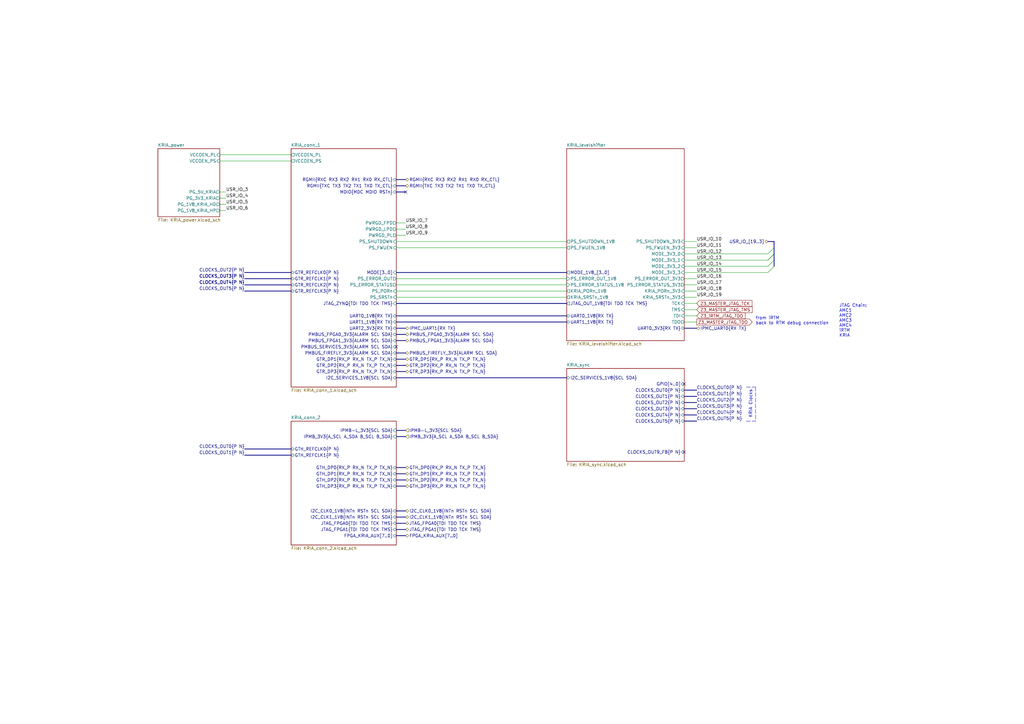
<source format=kicad_sch>
(kicad_sch (version 20211123) (generator eeschema)
  (paper "A3")
  (title_block (title "ATCA Template") (date "2023-01-05") (rev "1.0") (company "Karlsruhe Institute of Technology (KIT)") (comment 1 "Carsten Schmerbeck") (comment 2 "Luis Ardila") (comment 4 "Licensed under CERN-OHL-P v2"))
  (lib_symbols)
  (no_connect (at 280.67 157.48))
  (no_connect (at 166.37 78.74))
  (no_connect (at 162.56 142.24))
  (no_connect (at 280.67 185.42))
  (bus_entry (at 317.5 104.14) (size -2.54 2.54))
  (bus_entry (at 317.5 106.68) (size -2.54 2.54))
  (bus_entry (at 317.5 109.22) (size -2.54 2.54))
  (bus_entry (at 317.5 101.6) (size -2.54 2.54))
  (bus_entry (at 317.5 104.14) (size -2.54 2.54))
  (bus (pts (xy 162.56 144.78) (xy 166.37 144.78)))
  (wire (pts (xy 280.67 127) (xy 285.75 127)))
  (bus (pts (xy 162.56 214.63) (xy 166.37 214.63)))
  (wire (pts (xy 162.56 99.06) (xy 232.41 99.06)))
  (bus (pts (xy 100.33 116.84) (xy 119.38 116.84)))
  (wire (pts (xy 162.56 121.92) (xy 232.41 121.92)))
  (bus (pts (xy 162.56 111.76) (xy 232.41 111.76)))
  (bus (pts (xy 162.56 149.86) (xy 166.37 149.86)))
  (bus (pts (xy 317.5 104.14) (xy 317.5 106.68)))
  (bus (pts (xy 162.56 179.07) (xy 166.37 179.07)))
  (bus (pts (xy 162.56 147.32) (xy 166.37 147.32)))
  (bus (pts (xy 162.56 176.53) (xy 166.37 176.53)))
  (wire (pts (xy 90.17 66.04) (xy 119.38 66.04)))
  (bus (pts (xy 314.96 99.06) (xy 317.5 99.06)))
  (wire (pts (xy 280.67 104.14) (xy 314.96 104.14)))
  (bus (pts (xy 162.56 191.77) (xy 166.37 191.77)))
  (bus (pts (xy 162.56 132.08) (xy 232.41 132.08)))
  (bus (pts (xy 162.56 137.16) (xy 166.37 137.16)))
  (wire (pts (xy 90.17 83.82) (xy 92.71 83.82)))
  (bus (pts (xy 317.5 99.06) (xy 317.5 101.6)))
  (wire (pts (xy 280.67 106.68) (xy 314.96 106.68)))
  (wire (pts (xy 280.67 124.46) (xy 285.75 124.46)))
  (bus (pts (xy 162.56 139.7) (xy 166.37 139.7)))
  (wire (pts (xy 162.56 119.38) (xy 232.41 119.38)))
  (wire (pts (xy 280.67 121.92) (xy 285.75 121.92)))
  (bus (pts (xy 317.5 101.6) (xy 317.5 104.14)))
  (wire (pts (xy 280.67 119.38) (xy 285.75 119.38)))
  (polyline (pts (xy 306.07 158.75) (xy 309.88 158.75)))
  (bus (pts (xy 162.56 152.4) (xy 166.37 152.4)))
  (bus (pts (xy 162.56 124.46) (xy 232.41 124.46)))
  (bus (pts (xy 100.33 119.38) (xy 119.38 119.38)))
  (bus (pts (xy 162.56 73.66) (xy 166.37 73.66)))
  (wire (pts (xy 280.67 132.08) (xy 285.75 132.08)))
  (wire (pts (xy 162.56 114.3) (xy 232.41 114.3)))
  (bus (pts (xy 162.56 199.39) (xy 166.37 199.39)))
  (bus (pts (xy 280.67 160.02) (xy 285.75 160.02)))
  (wire (pts (xy 90.17 63.5) (xy 119.38 63.5)))
  (wire (pts (xy 280.67 111.76) (xy 314.96 111.76)))
  (wire (pts (xy 90.17 78.74) (xy 92.71 78.74)))
  (bus (pts (xy 280.67 172.72) (xy 285.75 172.72)))
  (polyline (pts (xy 309.88 158.75) (xy 309.88 172.72)))
  (bus (pts (xy 162.56 217.17) (xy 166.37 217.17)))
  (wire (pts (xy 162.56 116.84) (xy 232.41 116.84)))
  (bus (pts (xy 162.56 194.31) (xy 166.37 194.31)))
  (bus (pts (xy 162.56 78.74) (xy 166.37 78.74)))
  (bus (pts (xy 100.33 184.15) (xy 119.38 184.15)))
  (bus (pts (xy 280.67 134.62) (xy 285.75 134.62)))
  (wire (pts (xy 280.67 129.54) (xy 285.75 129.54)))
  (wire (pts (xy 280.67 109.22) (xy 314.96 109.22)))
  (bus (pts (xy 162.56 212.09) (xy 166.37 212.09)))
  (bus (pts (xy 162.56 154.94) (xy 232.41 154.94)))
  (bus (pts (xy 162.56 196.85) (xy 166.37 196.85)))
  (wire (pts (xy 280.67 116.84) (xy 285.75 116.84)))
  (bus (pts (xy 280.67 165.1) (xy 285.75 165.1)))
  (wire (pts (xy 162.56 93.98) (xy 166.37 93.98)))
  (bus (pts (xy 162.56 134.62) (xy 166.37 134.62)))
  (wire (pts (xy 162.56 101.6) (xy 232.41 101.6)))
  (bus (pts (xy 100.33 111.76) (xy 119.38 111.76)))
  (wire (pts (xy 280.67 114.3) (xy 285.75 114.3)))
  (bus (pts (xy 280.67 167.64) (xy 285.75 167.64)))
  (bus (pts (xy 317.5 106.68) (xy 317.5 109.22)))
  (bus (pts (xy 280.67 170.18) (xy 285.75 170.18)))
  (wire (pts (xy 162.56 96.52) (xy 166.37 96.52)))
  (bus (pts (xy 162.56 129.54) (xy 232.41 129.54)))
  (bus (pts (xy 100.33 186.69) (xy 119.38 186.69)))
  (bus (pts (xy 280.67 162.56) (xy 285.75 162.56)))
  (wire (pts (xy 162.56 91.44) (xy 166.37 91.44)))
  (bus (pts (xy 162.56 219.71) (xy 166.37 219.71)))
  (bus (pts (xy 162.56 209.55) (xy 166.37 209.55)))
  (wire (pts (xy 90.17 81.28) (xy 92.71 81.28)))
  (polyline (pts (xy 306.07 172.72) (xy 309.88 172.72)))
  (bus (pts (xy 162.56 76.2) (xy 166.37 76.2)))
  (wire (pts (xy 280.67 101.6) (xy 285.75 101.6)))
  (bus (pts (xy 100.33 114.3) (xy 119.38 114.3)))
  (wire (pts (xy 90.17 86.36) (xy 92.71 86.36)))
  (wire (pts (xy 280.67 99.06) (xy 285.75 99.06)))
  (text "from iRTM\nback to RTM debug connection" (at 309.88 133.35 0) (effects (font (size 1.27 1.27)) (justify left bottom)))
  (text "JTAG Chain:\nAMC1\nAMC2\nAMC3\nAMC4\niRTM\nKRIA" (at 344.17 138.43 0) (effects (font (size 1.27 1.27)) (justify left bottom)))
  (text "KRIA Clocks" (at 308.61 171.45 90) (effects (font (size 1.27 1.27)) (justify left bottom)))
  (label "USR_IO_13" (at 285.75 106.68 0))
  (label "CLOCKS_OUT1{P N}" (at 285.75 162.56 0))
  (label "USR_IO_17" (at 285.75 116.84 0))
  (label "CLOCKS_OUT3{P N}" (at 100.33 114.3 180))
  (label "USR_IO_15" (at 285.75 111.76 0))
  (label "USR_IO_10" (at 285.75 99.06 0))
  (label "USR_IO_12" (at 285.75 104.14 0))
  (label "CLOCKS_OUT0{P N}" (at 285.75 160.02 0))
  (label "USR_IO_16" (at 285.75 114.3 0))
  (label "USR_IO_18" (at 285.75 119.38 0))
  (label "USR_IO_9" (at 166.37 96.52 0))
  (label "USR_IO_3" (at 92.71 78.74 0))
  (label "CLOCKS_OUT0{P N}" (at 100.33 184.15 180))
  (label "USR_IO_19" (at 285.75 121.92 0))
  (label "USR_IO_11" (at 285.75 101.6 0))
  (label "USR_IO_14" (at 285.75 109.22 0))
  (label "USR_IO_7" (at 166.37 91.44 0))
  (label "CLOCKS_OUT5{P N}" (at 100.33 119.38 180))
  (label "USR_IO_4" (at 92.71 81.28 0))
  (label "CLOCKS_OUT2{P N}" (at 100.33 111.76 180))
  (label "CLOCKS_OUT1{P N}" (at 100.33 186.69 180))
  (label "USR_IO_8" (at 166.37 93.98 0))
  (label "CLOCKS_OUT4{P N}" (at 100.33 116.84 180))
  (label "CLOCKS_OUT4{P N}" (at 100.33 116.84 180))
  (label "CLOCKS_OUT2{P N}" (at 285.75 165.1 0))
  (label "CLOCKS_OUT3{P N}" (at 285.75 167.64 0))
  (label "CLOCKS_OUT4{P N}" (at 285.75 170.18 0))
  (label "USR_IO_5" (at 92.71 83.82 0))
  (label "CLOCKS_OUT5{P N}" (at 285.75 172.72 0))
  (label "CLOCKS_OUT3{P N}" (at 100.33 114.3 180))
  (label "USR_IO_6" (at 92.71 86.36 0))
  (global_label "Z3_MASTER_JTAG_TDO" (shape output) (at 285.75 132.08 0) (property "Intersheet References" "${INTERSHEET_REFS}" (effects hide)))
  (global_label "Z3_MASTER_JTAG_TMS" (shape input) (at 285.75 127 0) (property "Intersheet References" "${INTERSHEET_REFS}" (effects hide)))
  (global_label "Z3_iRTM_JTAG_TDO" (shape input) (at 285.75 129.54 0) (property "Intersheet References" "${INTERSHEET_REFS}" (effects hide)))
  (global_label "Z3_MASTER_JTAG_TCK" (shape input) (at 285.75 124.46 0) (property "Intersheet References" "${INTERSHEET_REFS}" (effects hide)))
  (hierarchical_label "IPMC_UART1{RX TX}" (shape bidirectional) (at 166.37 134.62 0))
  (hierarchical_label "USR_IO_[19..3]" (shape bidirectional) (at 314.96 99.06 180))
  (hierarchical_label "GTH_DP0{RX_P RX_N TX_P TX_N}" (shape bidirectional) (at 166.37 191.77 0))
  (hierarchical_label "GTR_DP3{RX_P RX_N TX_P TX_N}" (shape bidirectional) (at 166.37 152.4 0))
  (hierarchical_label "JTAG_FPGA1{TDI TDO TCK TMS}" (shape bidirectional) (at 166.37 217.17 0))
  (hierarchical_label "I2C_CLK0_1V8{INTn RSTn SCL SDA}" (shape bidirectional) (at 166.37 209.55 0))
  (hierarchical_label "PMBUS_FPGA0_3V3{ALARM SCL SDA}" (shape bidirectional) (at 166.37 137.16 0))
  (hierarchical_label "JTAG_FPGA0{TDI TDO TCK TMS}" (shape bidirectional) (at 166.37 214.63 0))
  (hierarchical_label "GTH_DP1{RX_P RX_N TX_P TX_N}" (shape bidirectional) (at 166.37 194.31 0))
  (hierarchical_label "GTH_DP2{RX_P RX_N TX_P TX_N}" (shape bidirectional) (at 166.37 196.85 0))
  (hierarchical_label "GTR_DP2{RX_P RX_N TX_P TX_N}" (shape bidirectional) (at 166.37 149.86 0))
  (hierarchical_label "GTR_DP1{RX_P RX_N TX_P TX_N}" (shape bidirectional) (at 166.37 147.32 0))
  (hierarchical_label "IPMB-L_3V3{SCL SDA}" (shape input) (at 166.37 176.53 0))
  (hierarchical_label "IPMB_3V3{A_SCL A_SDA B_SCL B_SDA}" (shape input) (at 166.37 179.07 0))
  (hierarchical_label "PMBUS_FPGA1_3V3{ALARM SCL SDA}" (shape bidirectional) (at 166.37 139.7 0))
  (hierarchical_label "IPMC_UART0{RX TX}" (shape bidirectional) (at 285.75 134.62 0))
  (hierarchical_label "GTH_DP3{RX_P RX_N TX_P TX_N}" (shape bidirectional) (at 166.37 199.39 0))
  (hierarchical_label "RGMII{TXC TX3 TX2 TX1 TX0 TX_CTL}" (shape bidirectional) (at 166.37 76.2 0))
  (hierarchical_label "RGMII{RXC RX3 RX2 RX1 RX0 RX_CTL}" (shape bidirectional) (at 166.37 73.66 0))
  (hierarchical_label "I2C_CLK1_1V8{INTn RSTn SCL SDA}" (shape bidirectional) (at 166.37 212.09 0))
  (hierarchical_label "FPGA_KRIA_AUX[7..0]" (shape bidirectional) (at 166.37 219.71 0))
  (hierarchical_label "PMBUS_FIREFLY_3V3{ALARM SCL SDA}" (shape bidirectional) (at 166.37 144.78 0))
  (sheet (at 119.38 60.96) (size 43.18 97.79) (stroke (width 0.1524))
    (property "Sheet name" "KRIA_conn_1" (at 119.38 60.2484 0) (effects (justify left bottom)))
    (property "Sheet file" "KRIA_conn_1.kicad_sch" (at 119.38 159.3346 0) (effects (justify left top)))
    (pin "MODE[3..0]" input (at 162.56 111.76 0))
    (pin "JTAG_ZYNQ{TDI TDO TCK TMS}" input (at 162.56 124.46 0))
    (pin "PS_SRSTn" input (at 162.56 121.92 0))
    (pin "PS_PORn" input (at 162.56 119.38 0))
    (pin "PS_ERROR_OUT" output (at 162.56 114.3 0))
    (pin "PS_ERROR_STATUS" output (at 162.56 116.84 0))
    (pin "MDIO{MDC MDIO RSTn}" bidirectional (at 162.56 78.74 0))
    (pin "UART0_1V8{RX TX}" bidirectional (at 162.56 129.54 0))
    (pin "PWRGD_FPD" output (at 162.56 91.44 0))
    (pin "PWRGD_LPD" output (at 162.56 93.98 0))
    (pin "PWRGD_PL" output (at 162.56 96.52 0))
    (pin "UART1_1V8{RX TX}" bidirectional (at 162.56 132.08 0))
    (pin "RGMII{TXC TX3 TX2 TX1 TX0 TX_CTL}" bidirectional (at 162.56 76.2 0))
    (pin "RGMII{RXC RX3 RX2 RX1 RX0 RX_CTL}" bidirectional (at 162.56 73.66 0))
    (pin "GTR_REFCLK0{P N}" bidirectional (at 119.38 111.76 180))
    (pin "GTR_REFCLK2{P N}" bidirectional (at 119.38 116.84 180))
    (pin "GTR_REFCLK3{P N}" bidirectional (at 119.38 119.38 180))
    (pin "GTR_REFCLK1{P N}" bidirectional (at 119.38 114.3 180))
    (pin "GTR_DP2{RX_P RX_N TX_P TX_N}" bidirectional (at 162.56 149.86 0))
    (pin "PMBUS_FPGA1_3V3{ALARM SCL SDA}" bidirectional (at 162.56 139.7 0))
    (pin "GTR_DP3{RX_P RX_N TX_P TX_N}" bidirectional (at 162.56 152.4 0))
    (pin "PMBUS_FIREFLY_3V3{ALARM SCL SDA}" bidirectional (at 162.56 144.78 0))
    (pin "PS_SHUTDOWN" input (at 162.56 99.06 0))
    (pin "UART2_3V3{RX TX}" bidirectional (at 162.56 134.62 0))
    (pin "PMBUS_FPGA0_3V3{ALARM SCL SDA}" bidirectional (at 162.56 137.16 0))
    (pin "GTR_DP1{RX_P RX_N TX_P TX_N}" bidirectional (at 162.56 147.32 0))
    (pin "VCCOEN_PL" output (at 119.38 63.5 180))
    (pin "PMBUS_SERVICES_3V3{ALARM SCL SDA}" bidirectional (at 162.56 142.24 0))
    (pin "VCCOEN_PS" output (at 119.38 66.04 180))
    (pin "PS_FWUEN" input (at 162.56 101.6 0))
    (pin "I2C_SERVICES_1V8{SCL SDA}" bidirectional (at 162.56 154.94 0))
  )
  (sheet (at 64.77 60.96) (size 25.4 27.94) (stroke (width 0.1524))
    (property "Sheet name" "KRIA_power" (at 64.77 60.2484 0) (effects (justify left bottom)))
    (property "Sheet file" "KRIA_power.kicad_sch" (at 64.77 89.4846 0) (effects (justify left top)))
    (pin "VCCOEN_PS" input (at 90.17 66.04 0))
    (pin "VCCOEN_PL" input (at 90.17 63.5 0))
    (pin "PG_1V8_KRIA_HD" output (at 90.17 83.82 0))
    (pin "PG_1V8_KRIA_HP" output (at 90.17 86.36 0))
    (pin "PG_3V3_KRIA" output (at 90.17 81.28 0))
    (pin "PG_5V_KRIA" output (at 90.17 78.74 0))
  )
  (sheet (at 119.38 172.72) (size 43.18 50.8) (stroke (width 0.1524))
    (property "Sheet name" "KRIA_conn_2" (at 119.38 172.0084 0) (effects (justify left bottom)))
    (property "Sheet file" "KRIA_conn_2.kicad_sch" (at 119.38 224.1046 0) (effects (justify left top)))
    (pin "GTH_REFCLK0{P N}" bidirectional (at 119.38 184.15 180))
    (pin "GTH_DP1{RX_P RX_N TX_P TX_N}" bidirectional (at 162.56 194.31 0))
    (pin "GTH_DP0{RX_P RX_N TX_P TX_N}" bidirectional (at 162.56 191.77 0))
    (pin "GTH_DP2{RX_P RX_N TX_P TX_N}" bidirectional (at 162.56 196.85 0))
    (pin "GTH_REFCLK1{P N}" bidirectional (at 119.38 186.69 180))
    (pin "GTH_DP3{RX_P RX_N TX_P TX_N}" bidirectional (at 162.56 199.39 0))
    (pin "JTAG_FPGA1{TDI TDO TCK TMS}" bidirectional (at 162.56 217.17 0))
    (pin "JTAG_FPGA0{TDI TDO TCK TMS}" bidirectional (at 162.56 214.63 0))
    (pin "FPGA_KRIA_AUX[7..0]" bidirectional (at 162.56 219.71 0))
    (pin "I2C_CLK1_1V8{INTn RSTn SCL SDA}" bidirectional (at 162.56 212.09 0))
    (pin "I2C_CLK0_1V8{INTn RSTn SCL SDA}" bidirectional (at 162.56 209.55 0))
    (pin "IPMB-L_3V3{SCL SDA}" input (at 162.56 176.53 0))
    (pin "IPMB_3V3{A_SCL A_SDA B_SCL B_SDA}" input (at 162.56 179.07 0))
  )
  (sheet (at 232.41 151.13) (size 48.26 38.1) (stroke (width 0.1524))
    (property "Sheet name" "KRIA_sync" (at 232.41 150.4184 0) (effects (justify left bottom)))
    (property "Sheet file" "KRIA_sync.kicad_sch" (at 232.41 189.8146 0) (effects (justify left top)))
    (pin "CLOCKS_OUT1{P N}" bidirectional (at 280.67 162.56 0))
    (pin "CLOCKS_OUT2{P N}" bidirectional (at 280.67 165.1 0))
    (pin "CLOCKS_OUT3{P N}" bidirectional (at 280.67 167.64 0))
    (pin "CLOCKS_OUT4{P N}" bidirectional (at 280.67 170.18 0))
    (pin "CLOCKS_OUT5{P N}" bidirectional (at 280.67 172.72 0))
    (pin "CLOCKS_OUT0{P N}" bidirectional (at 280.67 160.02 0))
    (pin "GPIO[4..0]" bidirectional (at 280.67 157.48 0))
    (pin "CLOCKS_OUT9_FB{P N}" bidirectional (at 280.67 185.42 0))
    (pin "I2C_SERVICES_1V8{SCL SDA}" bidirectional (at 232.41 154.94 180))
  )
  (sheet (at 232.41 60.96) (size 48.26 78.74) (stroke (width 0.1524))
    (property "Sheet name" "KRIA_levelshifter" (at 232.41 60.2484 0) (effects (justify left bottom)))
    (property "Sheet file" "KRIA_levelshifter.kicad_sch" (at 232.41 140.2846 0) (effects (justify left top)))
    (pin "KRIA_PORn_3V3" input (at 280.67 119.38 0))
    (pin "PS_ERROR_OUT_3V3" output (at 280.67 114.3 0))
    (pin "KRIA_SRSTn_3V3" input (at 280.67 121.92 0))
    (pin "KRIA_SRSTn_1V8" output (at 232.41 121.92 180))
    (pin "PS_ERROR_OUT_1V8" input (at 232.41 114.3 180))
    (pin "KRIA_PORn_1V8" output (at 232.41 119.38 180))
    (pin "PS_SHUTDOWN_3V3" input (at 280.67 99.06 0))
    (pin "PS_FWUEN_3V3" input (at 280.67 101.6 0))
    (pin "MODE_1V8_[3..0]" output (at 232.41 111.76 180))
    (pin "JTAG_OUT_1V8{TDI TDO TCK TMS}" output (at 232.41 124.46 180))
    (pin "UART0_1V8{RX TX}" bidirectional (at 232.41 129.54 180))
    (pin "UART1_1V8{RX TX}" bidirectional (at 232.41 132.08 180))
    (pin "PS_SHUTDOWN_1V8" output (at 232.41 99.06 180))
    (pin "PS_FWUEN_1V8" output (at 232.41 101.6 180))
    (pin "UART0_3V3{RX TX}" bidirectional (at 280.67 134.62 0))
    (pin "PS_ERROR_STATUS_1V8" input (at 232.41 116.84 180))
    (pin "PS_ERROR_STATUS_3V3" output (at 280.67 116.84 0))
    (pin "MODE_3V3_3" input (at 280.67 111.76 0))
    (pin "MODE_3V3_1" input (at 280.67 106.68 0))
    (pin "MODE_3V3_0" input (at 280.67 104.14 0))
    (pin "MODE_3V3_2" input (at 280.67 109.22 0))
    (pin "TCK" input (at 280.67 124.46 0))
    (pin "TMS" input (at 280.67 127 0))
    (pin "TDO" output (at 280.67 132.08 0))
    (pin "TDI" input (at 280.67 129.54 0))
  )
)
</source>
